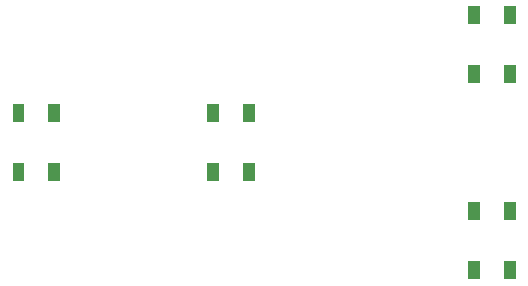
<source format=gtp>
G04 Layer: TopPasteMaskLayer*
G04 EasyEDA v6.3.39, 2020-04-24T10:39:31-10:00*
G04 0f25efb224964ab9abe88dfcb523e386,a4d28be01f944deba2cf7c63a1f3ff09,10*
G04 Gerber Generator version 0.2*
G04 Scale: 100 percent, Rotated: No, Reflected: No *
G04 Dimensions in millimeters *
G04 leading zeros omitted , absolute positions ,3 integer and 3 decimal *
%FSLAX33Y33*%
%MOMM*%
G90*
G71D02*


%LPD*%
G36*
G01X54201Y20150D02*
G01X54201Y21649D01*
G01X55199Y21649D01*
G01X55199Y20150D01*
G01X54201Y20150D01*
G37*
G36*
G01X57200Y20150D02*
G01X57200Y21649D01*
G01X58199Y21649D01*
G01X58199Y20150D01*
G01X57200Y20150D01*
G37*
G36*
G01X57200Y25149D02*
G01X57200Y26650D01*
G01X58199Y26650D01*
G01X58199Y25149D01*
G01X57200Y25149D01*
G37*
G36*
G01X54201Y25149D02*
G01X54201Y26650D01*
G01X55199Y26650D01*
G01X55199Y25149D01*
G01X54201Y25149D01*
G37*
G36*
G01X70701Y20150D02*
G01X70701Y21649D01*
G01X71699Y21649D01*
G01X71699Y20150D01*
G01X70701Y20150D01*
G37*
G36*
G01X73700Y20150D02*
G01X73700Y21649D01*
G01X74698Y21649D01*
G01X74698Y20150D01*
G01X73700Y20150D01*
G37*
G36*
G01X73700Y25149D02*
G01X73700Y26650D01*
G01X74698Y26650D01*
G01X74698Y25149D01*
G01X73700Y25149D01*
G37*
G36*
G01X70701Y25149D02*
G01X70701Y26650D01*
G01X71699Y26650D01*
G01X71699Y25149D01*
G01X70701Y25149D01*
G37*
G36*
G01X92801Y28450D02*
G01X92801Y29949D01*
G01X93799Y29949D01*
G01X93799Y28450D01*
G01X92801Y28450D01*
G37*
G36*
G01X95800Y28450D02*
G01X95800Y29949D01*
G01X96799Y29949D01*
G01X96799Y28450D01*
G01X95800Y28450D01*
G37*
G36*
G01X95800Y33449D02*
G01X95800Y34950D01*
G01X96799Y34950D01*
G01X96799Y33449D01*
G01X95800Y33449D01*
G37*
G36*
G01X92801Y33449D02*
G01X92801Y34950D01*
G01X93799Y34950D01*
G01X93799Y33449D01*
G01X92801Y33449D01*
G37*
G36*
G01X92801Y11850D02*
G01X92801Y13349D01*
G01X93799Y13349D01*
G01X93799Y11850D01*
G01X92801Y11850D01*
G37*
G36*
G01X95800Y11850D02*
G01X95800Y13349D01*
G01X96799Y13349D01*
G01X96799Y11850D01*
G01X95800Y11850D01*
G37*
G36*
G01X95800Y16849D02*
G01X95800Y18350D01*
G01X96799Y18350D01*
G01X96799Y16849D01*
G01X95800Y16849D01*
G37*
G36*
G01X92801Y16849D02*
G01X92801Y18350D01*
G01X93799Y18350D01*
G01X93799Y16849D01*
G01X92801Y16849D01*
G37*
M00*
M02*

</source>
